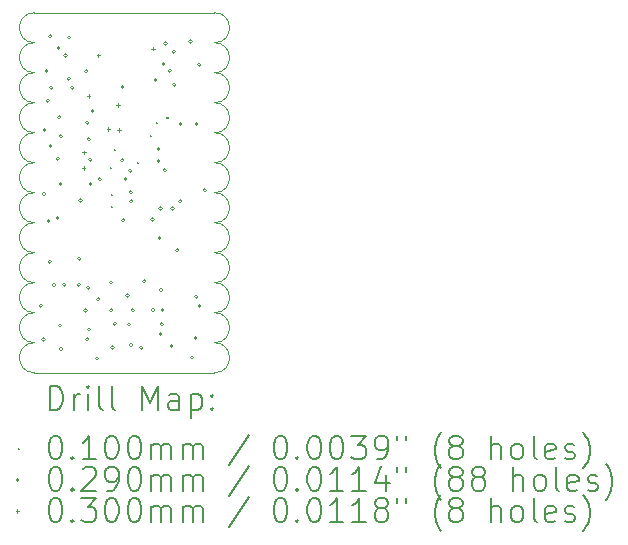
<source format=gbr>
%TF.GenerationSoftware,KiCad,Pcbnew,8.0.3+1*%
%TF.CreationDate,2024-06-24T22:52:18-04:00*%
%TF.ProjectId,RP2040_ZERO_REV,52503230-3430-45f5-9a45-524f5f524556,rev?*%
%TF.SameCoordinates,Original*%
%TF.FileFunction,Drillmap*%
%TF.FilePolarity,Positive*%
%FSLAX45Y45*%
G04 Gerber Fmt 4.5, Leading zero omitted, Abs format (unit mm)*
G04 Created by KiCad (PCBNEW 8.0.3+1) date 2024-06-24 22:52:18*
%MOMM*%
%LPD*%
G01*
G04 APERTURE LIST*
%ADD10C,0.050000*%
%ADD11C,0.200000*%
%ADD12C,0.100000*%
G04 APERTURE END LIST*
D10*
X15240000Y-8980500D02*
G75*
G02*
X15240000Y-8725500I0J127500D01*
G01*
X16764000Y-9995500D02*
G75*
G02*
X16764000Y-10250500I0J-127500D01*
G01*
X16764000Y-8979500D02*
G75*
G02*
X16764000Y-9234500I0J-127500D01*
G01*
X15240000Y-7710500D02*
G75*
G02*
X15240000Y-7455500I0J127500D01*
G01*
X15240000Y-9996500D02*
G75*
G02*
X15240000Y-9741500I0J127500D01*
G01*
X15240000Y-8218500D02*
G75*
G02*
X15240000Y-7963500I0J127500D01*
G01*
X16764000Y-7456500D02*
G75*
G02*
X16764000Y-7711500I0J-127500D01*
G01*
X15240000Y-9742500D02*
G75*
G02*
X15240000Y-9487500I0J127500D01*
G01*
X15240000Y-7964500D02*
G75*
G02*
X15240000Y-7709500I0J127500D01*
G01*
X16764000Y-7201500D02*
X15240000Y-7201500D01*
X15240000Y-9488500D02*
G75*
G02*
X15240000Y-9233500I0J127500D01*
G01*
X15240000Y-8726500D02*
G75*
G02*
X15240000Y-8471500I0J127500D01*
G01*
X15240000Y-10250500D02*
G75*
G02*
X15240000Y-9995500I0J127500D01*
G01*
X16764000Y-7964500D02*
G75*
G02*
X16764000Y-8219500I0J-127500D01*
G01*
X16764000Y-8471500D02*
G75*
G02*
X16764000Y-8726500I0J-127500D01*
G01*
X15240000Y-9234500D02*
G75*
G02*
X15240000Y-8979500I0J127500D01*
G01*
X16764000Y-9741500D02*
G75*
G02*
X16764000Y-9996500I0J-127500D01*
G01*
X15240000Y-8472500D02*
G75*
G02*
X15240000Y-8217500I0J127500D01*
G01*
X16764000Y-9233500D02*
G75*
G02*
X16764000Y-9488500I0J-127500D01*
G01*
X16764000Y-7201500D02*
G75*
G02*
X16764000Y-7456500I0J-127500D01*
G01*
X16764000Y-8217500D02*
G75*
G02*
X16764000Y-8472500I0J-127500D01*
G01*
X15240000Y-10250500D02*
X16764000Y-10250500D01*
X16764000Y-9487500D02*
G75*
G02*
X16764000Y-9742500I0J-127500D01*
G01*
X16764000Y-8725500D02*
G75*
G02*
X16764000Y-8980500I0J-127500D01*
G01*
X16764000Y-7709500D02*
G75*
G02*
X16764000Y-7964500I0J-127500D01*
G01*
X15240000Y-7456500D02*
G75*
G02*
X15240000Y-7201500I0J127500D01*
G01*
D11*
D12*
X15876500Y-8509000D02*
X15886500Y-8519000D01*
X15886500Y-8509000D02*
X15876500Y-8519000D01*
X15887500Y-8733500D02*
X15897500Y-8743500D01*
X15897500Y-8733500D02*
X15887500Y-8743500D01*
X15887500Y-8835500D02*
X15897500Y-8845500D01*
X15897500Y-8835500D02*
X15887500Y-8845500D01*
X15911000Y-8358500D02*
X15921000Y-8368500D01*
X15921000Y-8358500D02*
X15911000Y-8368500D01*
X16106000Y-8465500D02*
X16116000Y-8475500D01*
X16116000Y-8465500D02*
X16106000Y-8475500D01*
X16219259Y-8239259D02*
X16229259Y-8249259D01*
X16229259Y-8239259D02*
X16219259Y-8249259D01*
X16267500Y-8129500D02*
X16277500Y-8139500D01*
X16277500Y-8129500D02*
X16267500Y-8139500D01*
X16357384Y-8086174D02*
X16367384Y-8096174D01*
X16367384Y-8086174D02*
X16357384Y-8096174D01*
X15309500Y-9683405D02*
G75*
G02*
X15280500Y-9683405I-14500J0D01*
G01*
X15280500Y-9683405D02*
G75*
G02*
X15309500Y-9683405I14500J0D01*
G01*
X15330022Y-9969109D02*
G75*
G02*
X15301022Y-9969109I-14500J0D01*
G01*
X15301022Y-9969109D02*
G75*
G02*
X15330022Y-9969109I14500J0D01*
G01*
X15333819Y-8736914D02*
G75*
G02*
X15304819Y-8736914I-14500J0D01*
G01*
X15304819Y-8736914D02*
G75*
G02*
X15333819Y-8736914I14500J0D01*
G01*
X15339223Y-8196219D02*
G75*
G02*
X15310223Y-8196219I-14500J0D01*
G01*
X15310223Y-8196219D02*
G75*
G02*
X15339223Y-8196219I14500J0D01*
G01*
X15357500Y-7695000D02*
G75*
G02*
X15328500Y-7695000I-14500J0D01*
G01*
X15328500Y-7695000D02*
G75*
G02*
X15357500Y-7695000I14500J0D01*
G01*
X15365500Y-7947000D02*
G75*
G02*
X15336500Y-7947000I-14500J0D01*
G01*
X15336500Y-7947000D02*
G75*
G02*
X15365500Y-7947000I14500J0D01*
G01*
X15373623Y-8963908D02*
G75*
G02*
X15344623Y-8963908I-14500J0D01*
G01*
X15344623Y-8963908D02*
G75*
G02*
X15373623Y-8963908I14500J0D01*
G01*
X15383785Y-9309316D02*
G75*
G02*
X15354785Y-9309316I-14500J0D01*
G01*
X15354785Y-9309316D02*
G75*
G02*
X15383785Y-9309316I14500J0D01*
G01*
X15388727Y-8330576D02*
G75*
G02*
X15359727Y-8330576I-14500J0D01*
G01*
X15359727Y-8330576D02*
G75*
G02*
X15388727Y-8330576I14500J0D01*
G01*
X15389147Y-7401647D02*
G75*
G02*
X15360147Y-7401647I-14500J0D01*
G01*
X15360147Y-7401647D02*
G75*
G02*
X15389147Y-7401647I14500J0D01*
G01*
X15397500Y-7837000D02*
G75*
G02*
X15368500Y-7837000I-14500J0D01*
G01*
X15368500Y-7837000D02*
G75*
G02*
X15397500Y-7837000I14500J0D01*
G01*
X15420000Y-9505647D02*
G75*
G02*
X15391000Y-9505647I-14500J0D01*
G01*
X15391000Y-9505647D02*
G75*
G02*
X15420000Y-9505647I14500J0D01*
G01*
X15449647Y-8939000D02*
G75*
G02*
X15420647Y-8939000I-14500J0D01*
G01*
X15420647Y-8939000D02*
G75*
G02*
X15449647Y-8939000I14500J0D01*
G01*
X15451548Y-8439964D02*
G75*
G02*
X15422548Y-8439964I-14500J0D01*
G01*
X15422548Y-8439964D02*
G75*
G02*
X15451548Y-8439964I14500J0D01*
G01*
X15460000Y-7500500D02*
G75*
G02*
X15431000Y-7500500I-14500J0D01*
G01*
X15431000Y-7500500D02*
G75*
G02*
X15460000Y-7500500I14500J0D01*
G01*
X15465500Y-8088000D02*
G75*
G02*
X15436500Y-8088000I-14500J0D01*
G01*
X15436500Y-8088000D02*
G75*
G02*
X15465500Y-8088000I14500J0D01*
G01*
X15469500Y-9849488D02*
G75*
G02*
X15440500Y-9849488I-14500J0D01*
G01*
X15440500Y-9849488D02*
G75*
G02*
X15469500Y-9849488I14500J0D01*
G01*
X15474500Y-8651066D02*
G75*
G02*
X15445500Y-8651066I-14500J0D01*
G01*
X15445500Y-8651066D02*
G75*
G02*
X15474500Y-8651066I14500J0D01*
G01*
X15477159Y-8249302D02*
G75*
G02*
X15448159Y-8249302I-14500J0D01*
G01*
X15448159Y-8249302D02*
G75*
G02*
X15477159Y-8249302I14500J0D01*
G01*
X15478931Y-10050500D02*
G75*
G02*
X15449931Y-10050500I-14500J0D01*
G01*
X15449931Y-10050500D02*
G75*
G02*
X15478931Y-10050500I14500J0D01*
G01*
X15506500Y-9504000D02*
G75*
G02*
X15477500Y-9504000I-14500J0D01*
G01*
X15477500Y-9504000D02*
G75*
G02*
X15506500Y-9504000I14500J0D01*
G01*
X15517500Y-7564760D02*
G75*
G02*
X15488500Y-7564760I-14500J0D01*
G01*
X15488500Y-7564760D02*
G75*
G02*
X15517500Y-7564760I14500J0D01*
G01*
X15544670Y-7762620D02*
G75*
G02*
X15515670Y-7762620I-14500J0D01*
G01*
X15515670Y-7762620D02*
G75*
G02*
X15544670Y-7762620I14500J0D01*
G01*
X15548500Y-7412000D02*
G75*
G02*
X15519500Y-7412000I-14500J0D01*
G01*
X15519500Y-7412000D02*
G75*
G02*
X15548500Y-7412000I14500J0D01*
G01*
X15572663Y-7837563D02*
G75*
G02*
X15543663Y-7837563I-14500J0D01*
G01*
X15543663Y-7837563D02*
G75*
G02*
X15572663Y-7837563I14500J0D01*
G01*
X15629500Y-9506500D02*
G75*
G02*
X15600500Y-9506500I-14500J0D01*
G01*
X15600500Y-9506500D02*
G75*
G02*
X15629500Y-9506500I14500J0D01*
G01*
X15633500Y-9286000D02*
G75*
G02*
X15604500Y-9286000I-14500J0D01*
G01*
X15604500Y-9286000D02*
G75*
G02*
X15633500Y-9286000I14500J0D01*
G01*
X15644500Y-8793000D02*
G75*
G02*
X15615500Y-8793000I-14500J0D01*
G01*
X15615500Y-8793000D02*
G75*
G02*
X15644500Y-8793000I14500J0D01*
G01*
X15685147Y-9723353D02*
G75*
G02*
X15656147Y-9723353I-14500J0D01*
G01*
X15656147Y-9723353D02*
G75*
G02*
X15685147Y-9723353I14500J0D01*
G01*
X15693079Y-7698000D02*
G75*
G02*
X15664079Y-7698000I-14500J0D01*
G01*
X15664079Y-7698000D02*
G75*
G02*
X15693079Y-7698000I14500J0D01*
G01*
X15700500Y-8133000D02*
G75*
G02*
X15671500Y-8133000I-14500J0D01*
G01*
X15671500Y-8133000D02*
G75*
G02*
X15700500Y-8133000I14500J0D01*
G01*
X15702500Y-9968000D02*
G75*
G02*
X15673500Y-9968000I-14500J0D01*
G01*
X15673500Y-9968000D02*
G75*
G02*
X15702500Y-9968000I14500J0D01*
G01*
X15709372Y-9531000D02*
G75*
G02*
X15680372Y-9531000I-14500J0D01*
G01*
X15680372Y-9531000D02*
G75*
G02*
X15709372Y-9531000I14500J0D01*
G01*
X15714500Y-8271361D02*
G75*
G02*
X15685500Y-8271361I-14500J0D01*
G01*
X15685500Y-8271361D02*
G75*
G02*
X15714500Y-8271361I14500J0D01*
G01*
X15714500Y-9884000D02*
G75*
G02*
X15685500Y-9884000I-14500J0D01*
G01*
X15685500Y-9884000D02*
G75*
G02*
X15714500Y-9884000I14500J0D01*
G01*
X15727000Y-8445525D02*
G75*
G02*
X15698000Y-8445525I-14500J0D01*
G01*
X15698000Y-8445525D02*
G75*
G02*
X15727000Y-8445525I14500J0D01*
G01*
X15729500Y-8652976D02*
G75*
G02*
X15700500Y-8652976I-14500J0D01*
G01*
X15700500Y-8652976D02*
G75*
G02*
X15729500Y-8652976I14500J0D01*
G01*
X15748073Y-8034426D02*
G75*
G02*
X15719073Y-8034426I-14500J0D01*
G01*
X15719073Y-8034426D02*
G75*
G02*
X15748073Y-8034426I14500J0D01*
G01*
X15784579Y-10130500D02*
G75*
G02*
X15755579Y-10130500I-14500J0D01*
G01*
X15755579Y-10130500D02*
G75*
G02*
X15784579Y-10130500I14500J0D01*
G01*
X15794021Y-9626437D02*
G75*
G02*
X15765021Y-9626437I-14500J0D01*
G01*
X15765021Y-9626437D02*
G75*
G02*
X15794021Y-9626437I14500J0D01*
G01*
X15807688Y-8612000D02*
G75*
G02*
X15778688Y-8612000I-14500J0D01*
G01*
X15778688Y-8612000D02*
G75*
G02*
X15807688Y-8612000I14500J0D01*
G01*
X15902500Y-9488000D02*
G75*
G02*
X15873500Y-9488000I-14500J0D01*
G01*
X15873500Y-9488000D02*
G75*
G02*
X15902500Y-9488000I14500J0D01*
G01*
X15904500Y-9721000D02*
G75*
G02*
X15875500Y-9721000I-14500J0D01*
G01*
X15875500Y-9721000D02*
G75*
G02*
X15904500Y-9721000I14500J0D01*
G01*
X15916926Y-10036574D02*
G75*
G02*
X15887926Y-10036574I-14500J0D01*
G01*
X15887926Y-10036574D02*
G75*
G02*
X15916926Y-10036574I14500J0D01*
G01*
X15933500Y-9836000D02*
G75*
G02*
X15904500Y-9836000I-14500J0D01*
G01*
X15904500Y-9836000D02*
G75*
G02*
X15933500Y-9836000I14500J0D01*
G01*
X15997500Y-8452024D02*
G75*
G02*
X15968500Y-8452024I-14500J0D01*
G01*
X15968500Y-8452024D02*
G75*
G02*
X15997500Y-8452024I14500J0D01*
G01*
X16000500Y-7832000D02*
G75*
G02*
X15971500Y-7832000I-14500J0D01*
G01*
X15971500Y-7832000D02*
G75*
G02*
X16000500Y-7832000I14500J0D01*
G01*
X16005671Y-8959000D02*
G75*
G02*
X15976671Y-8959000I-14500J0D01*
G01*
X15976671Y-8959000D02*
G75*
G02*
X16005671Y-8959000I14500J0D01*
G01*
X16024000Y-8609532D02*
G75*
G02*
X15995000Y-8609532I-14500J0D01*
G01*
X15995000Y-8609532D02*
G75*
G02*
X16024000Y-8609532I14500J0D01*
G01*
X16041926Y-9595427D02*
G75*
G02*
X16012926Y-9595427I-14500J0D01*
G01*
X16012926Y-9595427D02*
G75*
G02*
X16041926Y-9595427I14500J0D01*
G01*
X16053500Y-9841000D02*
G75*
G02*
X16024500Y-9841000I-14500J0D01*
G01*
X16024500Y-9841000D02*
G75*
G02*
X16053500Y-9841000I14500J0D01*
G01*
X16065428Y-8540074D02*
G75*
G02*
X16036428Y-8540074I-14500J0D01*
G01*
X16036428Y-8540074D02*
G75*
G02*
X16065428Y-8540074I14500J0D01*
G01*
X16070500Y-8721000D02*
G75*
G02*
X16041500Y-8721000I-14500J0D01*
G01*
X16041500Y-8721000D02*
G75*
G02*
X16070500Y-8721000I14500J0D01*
G01*
X16071500Y-10016000D02*
G75*
G02*
X16042500Y-10016000I-14500J0D01*
G01*
X16042500Y-10016000D02*
G75*
G02*
X16071500Y-10016000I14500J0D01*
G01*
X16073535Y-8798941D02*
G75*
G02*
X16044535Y-8798941I-14500J0D01*
G01*
X16044535Y-8798941D02*
G75*
G02*
X16073535Y-8798941I14500J0D01*
G01*
X16086500Y-9721000D02*
G75*
G02*
X16057500Y-9721000I-14500J0D01*
G01*
X16057500Y-9721000D02*
G75*
G02*
X16086500Y-9721000I14500J0D01*
G01*
X16159500Y-10039000D02*
G75*
G02*
X16130500Y-10039000I-14500J0D01*
G01*
X16130500Y-10039000D02*
G75*
G02*
X16159500Y-10039000I14500J0D01*
G01*
X16184500Y-9475000D02*
G75*
G02*
X16155500Y-9475000I-14500J0D01*
G01*
X16155500Y-9475000D02*
G75*
G02*
X16184500Y-9475000I14500J0D01*
G01*
X16254500Y-8953000D02*
G75*
G02*
X16225500Y-8953000I-14500J0D01*
G01*
X16225500Y-8953000D02*
G75*
G02*
X16254500Y-8953000I14500J0D01*
G01*
X16258853Y-9719002D02*
G75*
G02*
X16229853Y-9719002I-14500J0D01*
G01*
X16229853Y-9719002D02*
G75*
G02*
X16258853Y-9719002I14500J0D01*
G01*
X16277500Y-7772000D02*
G75*
G02*
X16248500Y-7772000I-14500J0D01*
G01*
X16248500Y-7772000D02*
G75*
G02*
X16277500Y-7772000I14500J0D01*
G01*
X16304500Y-8354000D02*
G75*
G02*
X16275500Y-8354000I-14500J0D01*
G01*
X16275500Y-8354000D02*
G75*
G02*
X16304500Y-8354000I14500J0D01*
G01*
X16305500Y-8459000D02*
G75*
G02*
X16276500Y-8459000I-14500J0D01*
G01*
X16276500Y-8459000D02*
G75*
G02*
X16305500Y-8459000I14500J0D01*
G01*
X16312500Y-9109000D02*
G75*
G02*
X16283500Y-9109000I-14500J0D01*
G01*
X16283500Y-9109000D02*
G75*
G02*
X16312500Y-9109000I14500J0D01*
G01*
X16321424Y-9920816D02*
G75*
G02*
X16292424Y-9920816I-14500J0D01*
G01*
X16292424Y-9920816D02*
G75*
G02*
X16321424Y-9920816I14500J0D01*
G01*
X16321703Y-8861000D02*
G75*
G02*
X16292703Y-8861000I-14500J0D01*
G01*
X16292703Y-8861000D02*
G75*
G02*
X16321703Y-8861000I14500J0D01*
G01*
X16326500Y-9549000D02*
G75*
G02*
X16297500Y-9549000I-14500J0D01*
G01*
X16297500Y-9549000D02*
G75*
G02*
X16326500Y-9549000I14500J0D01*
G01*
X16331855Y-9841000D02*
G75*
G02*
X16302855Y-9841000I-14500J0D01*
G01*
X16302855Y-9841000D02*
G75*
G02*
X16331855Y-9841000I14500J0D01*
G01*
X16338844Y-9720218D02*
G75*
G02*
X16309844Y-9720218I-14500J0D01*
G01*
X16309844Y-9720218D02*
G75*
G02*
X16338844Y-9720218I14500J0D01*
G01*
X16345724Y-7635476D02*
G75*
G02*
X16316724Y-7635476I-14500J0D01*
G01*
X16316724Y-7635476D02*
G75*
G02*
X16345724Y-7635476I14500J0D01*
G01*
X16358500Y-8535174D02*
G75*
G02*
X16329500Y-8535174I-14500J0D01*
G01*
X16329500Y-8535174D02*
G75*
G02*
X16358500Y-8535174I14500J0D01*
G01*
X16364488Y-7462012D02*
G75*
G02*
X16335488Y-7462012I-14500J0D01*
G01*
X16335488Y-7462012D02*
G75*
G02*
X16364488Y-7462012I14500J0D01*
G01*
X16399500Y-7691976D02*
G75*
G02*
X16370500Y-7691976I-14500J0D01*
G01*
X16370500Y-7691976D02*
G75*
G02*
X16399500Y-7691976I14500J0D01*
G01*
X16413789Y-10024289D02*
G75*
G02*
X16384789Y-10024289I-14500J0D01*
G01*
X16384789Y-10024289D02*
G75*
G02*
X16413789Y-10024289I14500J0D01*
G01*
X16423500Y-8859000D02*
G75*
G02*
X16394500Y-8859000I-14500J0D01*
G01*
X16394500Y-8859000D02*
G75*
G02*
X16423500Y-8859000I14500J0D01*
G01*
X16432922Y-7533275D02*
G75*
G02*
X16403922Y-7533275I-14500J0D01*
G01*
X16403922Y-7533275D02*
G75*
G02*
X16432922Y-7533275I14500J0D01*
G01*
X16438500Y-7813000D02*
G75*
G02*
X16409500Y-7813000I-14500J0D01*
G01*
X16409500Y-7813000D02*
G75*
G02*
X16438500Y-7813000I14500J0D01*
G01*
X16464500Y-9214000D02*
G75*
G02*
X16435500Y-9214000I-14500J0D01*
G01*
X16435500Y-9214000D02*
G75*
G02*
X16464500Y-9214000I14500J0D01*
G01*
X16488289Y-8796789D02*
G75*
G02*
X16459289Y-8796789I-14500J0D01*
G01*
X16459289Y-8796789D02*
G75*
G02*
X16488289Y-8796789I14500J0D01*
G01*
X16490659Y-8144501D02*
G75*
G02*
X16461659Y-8144501I-14500J0D01*
G01*
X16461659Y-8144501D02*
G75*
G02*
X16490659Y-8144501I14500J0D01*
G01*
X16575500Y-7445000D02*
G75*
G02*
X16546500Y-7445000I-14500J0D01*
G01*
X16546500Y-7445000D02*
G75*
G02*
X16575500Y-7445000I14500J0D01*
G01*
X16588500Y-10120000D02*
G75*
G02*
X16559500Y-10120000I-14500J0D01*
G01*
X16559500Y-10120000D02*
G75*
G02*
X16588500Y-10120000I14500J0D01*
G01*
X16617500Y-9955000D02*
G75*
G02*
X16588500Y-9955000I-14500J0D01*
G01*
X16588500Y-9955000D02*
G75*
G02*
X16617500Y-9955000I14500J0D01*
G01*
X16624500Y-9605000D02*
G75*
G02*
X16595500Y-9605000I-14500J0D01*
G01*
X16595500Y-9605000D02*
G75*
G02*
X16624500Y-9605000I14500J0D01*
G01*
X16625500Y-8143000D02*
G75*
G02*
X16596500Y-8143000I-14500J0D01*
G01*
X16596500Y-8143000D02*
G75*
G02*
X16625500Y-8143000I14500J0D01*
G01*
X16650500Y-7643000D02*
G75*
G02*
X16621500Y-7643000I-14500J0D01*
G01*
X16621500Y-7643000D02*
G75*
G02*
X16650500Y-7643000I14500J0D01*
G01*
X16653096Y-9684257D02*
G75*
G02*
X16624096Y-9684257I-14500J0D01*
G01*
X16624096Y-9684257D02*
G75*
G02*
X16653096Y-9684257I14500J0D01*
G01*
X16695500Y-8705471D02*
G75*
G02*
X16666500Y-8705471I-14500J0D01*
G01*
X16666500Y-8705471D02*
G75*
G02*
X16695500Y-8705471I14500J0D01*
G01*
X15657000Y-8501500D02*
X15657000Y-8531500D01*
X15642000Y-8516500D02*
X15672000Y-8516500D01*
X15657170Y-8368830D02*
X15657170Y-8398830D01*
X15642170Y-8383830D02*
X15672170Y-8383830D01*
X15699000Y-7892000D02*
X15699000Y-7922000D01*
X15684000Y-7907000D02*
X15714000Y-7907000D01*
X15781000Y-7549000D02*
X15781000Y-7579000D01*
X15766000Y-7564000D02*
X15796000Y-7564000D01*
X15865500Y-8171500D02*
X15865500Y-8201500D01*
X15850500Y-8186500D02*
X15880500Y-8186500D01*
X15949000Y-7970000D02*
X15949000Y-8000000D01*
X15934000Y-7985000D02*
X15964000Y-7985000D01*
X15955000Y-8182000D02*
X15955000Y-8212000D01*
X15940000Y-8197000D02*
X15970000Y-8197000D01*
X16244670Y-7490670D02*
X16244670Y-7520670D01*
X16229670Y-7505670D02*
X16259670Y-7505670D01*
D11*
X15370777Y-10564484D02*
X15370777Y-10364484D01*
X15370777Y-10364484D02*
X15418396Y-10364484D01*
X15418396Y-10364484D02*
X15446967Y-10374008D01*
X15446967Y-10374008D02*
X15466015Y-10393055D01*
X15466015Y-10393055D02*
X15475539Y-10412103D01*
X15475539Y-10412103D02*
X15485062Y-10450198D01*
X15485062Y-10450198D02*
X15485062Y-10478770D01*
X15485062Y-10478770D02*
X15475539Y-10516865D01*
X15475539Y-10516865D02*
X15466015Y-10535912D01*
X15466015Y-10535912D02*
X15446967Y-10554960D01*
X15446967Y-10554960D02*
X15418396Y-10564484D01*
X15418396Y-10564484D02*
X15370777Y-10564484D01*
X15570777Y-10564484D02*
X15570777Y-10431150D01*
X15570777Y-10469246D02*
X15580301Y-10450198D01*
X15580301Y-10450198D02*
X15589824Y-10440674D01*
X15589824Y-10440674D02*
X15608872Y-10431150D01*
X15608872Y-10431150D02*
X15627920Y-10431150D01*
X15694586Y-10564484D02*
X15694586Y-10431150D01*
X15694586Y-10364484D02*
X15685062Y-10374008D01*
X15685062Y-10374008D02*
X15694586Y-10383531D01*
X15694586Y-10383531D02*
X15704110Y-10374008D01*
X15704110Y-10374008D02*
X15694586Y-10364484D01*
X15694586Y-10364484D02*
X15694586Y-10383531D01*
X15818396Y-10564484D02*
X15799348Y-10554960D01*
X15799348Y-10554960D02*
X15789824Y-10535912D01*
X15789824Y-10535912D02*
X15789824Y-10364484D01*
X15923158Y-10564484D02*
X15904110Y-10554960D01*
X15904110Y-10554960D02*
X15894586Y-10535912D01*
X15894586Y-10535912D02*
X15894586Y-10364484D01*
X16151729Y-10564484D02*
X16151729Y-10364484D01*
X16151729Y-10364484D02*
X16218396Y-10507341D01*
X16218396Y-10507341D02*
X16285062Y-10364484D01*
X16285062Y-10364484D02*
X16285062Y-10564484D01*
X16466015Y-10564484D02*
X16466015Y-10459722D01*
X16466015Y-10459722D02*
X16456491Y-10440674D01*
X16456491Y-10440674D02*
X16437443Y-10431150D01*
X16437443Y-10431150D02*
X16399348Y-10431150D01*
X16399348Y-10431150D02*
X16380301Y-10440674D01*
X16466015Y-10554960D02*
X16446967Y-10564484D01*
X16446967Y-10564484D02*
X16399348Y-10564484D01*
X16399348Y-10564484D02*
X16380301Y-10554960D01*
X16380301Y-10554960D02*
X16370777Y-10535912D01*
X16370777Y-10535912D02*
X16370777Y-10516865D01*
X16370777Y-10516865D02*
X16380301Y-10497817D01*
X16380301Y-10497817D02*
X16399348Y-10488293D01*
X16399348Y-10488293D02*
X16446967Y-10488293D01*
X16446967Y-10488293D02*
X16466015Y-10478770D01*
X16561253Y-10431150D02*
X16561253Y-10631150D01*
X16561253Y-10440674D02*
X16580301Y-10431150D01*
X16580301Y-10431150D02*
X16618396Y-10431150D01*
X16618396Y-10431150D02*
X16637443Y-10440674D01*
X16637443Y-10440674D02*
X16646967Y-10450198D01*
X16646967Y-10450198D02*
X16656491Y-10469246D01*
X16656491Y-10469246D02*
X16656491Y-10526389D01*
X16656491Y-10526389D02*
X16646967Y-10545436D01*
X16646967Y-10545436D02*
X16637443Y-10554960D01*
X16637443Y-10554960D02*
X16618396Y-10564484D01*
X16618396Y-10564484D02*
X16580301Y-10564484D01*
X16580301Y-10564484D02*
X16561253Y-10554960D01*
X16742205Y-10545436D02*
X16751729Y-10554960D01*
X16751729Y-10554960D02*
X16742205Y-10564484D01*
X16742205Y-10564484D02*
X16732682Y-10554960D01*
X16732682Y-10554960D02*
X16742205Y-10545436D01*
X16742205Y-10545436D02*
X16742205Y-10564484D01*
X16742205Y-10440674D02*
X16751729Y-10450198D01*
X16751729Y-10450198D02*
X16742205Y-10459722D01*
X16742205Y-10459722D02*
X16732682Y-10450198D01*
X16732682Y-10450198D02*
X16742205Y-10440674D01*
X16742205Y-10440674D02*
X16742205Y-10459722D01*
D12*
X15100000Y-10888000D02*
X15110000Y-10898000D01*
X15110000Y-10888000D02*
X15100000Y-10898000D01*
D11*
X15408872Y-10784484D02*
X15427920Y-10784484D01*
X15427920Y-10784484D02*
X15446967Y-10794008D01*
X15446967Y-10794008D02*
X15456491Y-10803531D01*
X15456491Y-10803531D02*
X15466015Y-10822579D01*
X15466015Y-10822579D02*
X15475539Y-10860674D01*
X15475539Y-10860674D02*
X15475539Y-10908293D01*
X15475539Y-10908293D02*
X15466015Y-10946389D01*
X15466015Y-10946389D02*
X15456491Y-10965436D01*
X15456491Y-10965436D02*
X15446967Y-10974960D01*
X15446967Y-10974960D02*
X15427920Y-10984484D01*
X15427920Y-10984484D02*
X15408872Y-10984484D01*
X15408872Y-10984484D02*
X15389824Y-10974960D01*
X15389824Y-10974960D02*
X15380301Y-10965436D01*
X15380301Y-10965436D02*
X15370777Y-10946389D01*
X15370777Y-10946389D02*
X15361253Y-10908293D01*
X15361253Y-10908293D02*
X15361253Y-10860674D01*
X15361253Y-10860674D02*
X15370777Y-10822579D01*
X15370777Y-10822579D02*
X15380301Y-10803531D01*
X15380301Y-10803531D02*
X15389824Y-10794008D01*
X15389824Y-10794008D02*
X15408872Y-10784484D01*
X15561253Y-10965436D02*
X15570777Y-10974960D01*
X15570777Y-10974960D02*
X15561253Y-10984484D01*
X15561253Y-10984484D02*
X15551729Y-10974960D01*
X15551729Y-10974960D02*
X15561253Y-10965436D01*
X15561253Y-10965436D02*
X15561253Y-10984484D01*
X15761253Y-10984484D02*
X15646967Y-10984484D01*
X15704110Y-10984484D02*
X15704110Y-10784484D01*
X15704110Y-10784484D02*
X15685062Y-10813055D01*
X15685062Y-10813055D02*
X15666015Y-10832103D01*
X15666015Y-10832103D02*
X15646967Y-10841627D01*
X15885062Y-10784484D02*
X15904110Y-10784484D01*
X15904110Y-10784484D02*
X15923158Y-10794008D01*
X15923158Y-10794008D02*
X15932682Y-10803531D01*
X15932682Y-10803531D02*
X15942205Y-10822579D01*
X15942205Y-10822579D02*
X15951729Y-10860674D01*
X15951729Y-10860674D02*
X15951729Y-10908293D01*
X15951729Y-10908293D02*
X15942205Y-10946389D01*
X15942205Y-10946389D02*
X15932682Y-10965436D01*
X15932682Y-10965436D02*
X15923158Y-10974960D01*
X15923158Y-10974960D02*
X15904110Y-10984484D01*
X15904110Y-10984484D02*
X15885062Y-10984484D01*
X15885062Y-10984484D02*
X15866015Y-10974960D01*
X15866015Y-10974960D02*
X15856491Y-10965436D01*
X15856491Y-10965436D02*
X15846967Y-10946389D01*
X15846967Y-10946389D02*
X15837443Y-10908293D01*
X15837443Y-10908293D02*
X15837443Y-10860674D01*
X15837443Y-10860674D02*
X15846967Y-10822579D01*
X15846967Y-10822579D02*
X15856491Y-10803531D01*
X15856491Y-10803531D02*
X15866015Y-10794008D01*
X15866015Y-10794008D02*
X15885062Y-10784484D01*
X16075539Y-10784484D02*
X16094586Y-10784484D01*
X16094586Y-10784484D02*
X16113634Y-10794008D01*
X16113634Y-10794008D02*
X16123158Y-10803531D01*
X16123158Y-10803531D02*
X16132682Y-10822579D01*
X16132682Y-10822579D02*
X16142205Y-10860674D01*
X16142205Y-10860674D02*
X16142205Y-10908293D01*
X16142205Y-10908293D02*
X16132682Y-10946389D01*
X16132682Y-10946389D02*
X16123158Y-10965436D01*
X16123158Y-10965436D02*
X16113634Y-10974960D01*
X16113634Y-10974960D02*
X16094586Y-10984484D01*
X16094586Y-10984484D02*
X16075539Y-10984484D01*
X16075539Y-10984484D02*
X16056491Y-10974960D01*
X16056491Y-10974960D02*
X16046967Y-10965436D01*
X16046967Y-10965436D02*
X16037443Y-10946389D01*
X16037443Y-10946389D02*
X16027920Y-10908293D01*
X16027920Y-10908293D02*
X16027920Y-10860674D01*
X16027920Y-10860674D02*
X16037443Y-10822579D01*
X16037443Y-10822579D02*
X16046967Y-10803531D01*
X16046967Y-10803531D02*
X16056491Y-10794008D01*
X16056491Y-10794008D02*
X16075539Y-10784484D01*
X16227920Y-10984484D02*
X16227920Y-10851150D01*
X16227920Y-10870198D02*
X16237443Y-10860674D01*
X16237443Y-10860674D02*
X16256491Y-10851150D01*
X16256491Y-10851150D02*
X16285063Y-10851150D01*
X16285063Y-10851150D02*
X16304110Y-10860674D01*
X16304110Y-10860674D02*
X16313634Y-10879722D01*
X16313634Y-10879722D02*
X16313634Y-10984484D01*
X16313634Y-10879722D02*
X16323158Y-10860674D01*
X16323158Y-10860674D02*
X16342205Y-10851150D01*
X16342205Y-10851150D02*
X16370777Y-10851150D01*
X16370777Y-10851150D02*
X16389824Y-10860674D01*
X16389824Y-10860674D02*
X16399348Y-10879722D01*
X16399348Y-10879722D02*
X16399348Y-10984484D01*
X16494586Y-10984484D02*
X16494586Y-10851150D01*
X16494586Y-10870198D02*
X16504110Y-10860674D01*
X16504110Y-10860674D02*
X16523158Y-10851150D01*
X16523158Y-10851150D02*
X16551729Y-10851150D01*
X16551729Y-10851150D02*
X16570777Y-10860674D01*
X16570777Y-10860674D02*
X16580301Y-10879722D01*
X16580301Y-10879722D02*
X16580301Y-10984484D01*
X16580301Y-10879722D02*
X16589824Y-10860674D01*
X16589824Y-10860674D02*
X16608872Y-10851150D01*
X16608872Y-10851150D02*
X16637443Y-10851150D01*
X16637443Y-10851150D02*
X16656491Y-10860674D01*
X16656491Y-10860674D02*
X16666015Y-10879722D01*
X16666015Y-10879722D02*
X16666015Y-10984484D01*
X17056491Y-10774960D02*
X16885063Y-11032103D01*
X17313634Y-10784484D02*
X17332682Y-10784484D01*
X17332682Y-10784484D02*
X17351729Y-10794008D01*
X17351729Y-10794008D02*
X17361253Y-10803531D01*
X17361253Y-10803531D02*
X17370777Y-10822579D01*
X17370777Y-10822579D02*
X17380301Y-10860674D01*
X17380301Y-10860674D02*
X17380301Y-10908293D01*
X17380301Y-10908293D02*
X17370777Y-10946389D01*
X17370777Y-10946389D02*
X17361253Y-10965436D01*
X17361253Y-10965436D02*
X17351729Y-10974960D01*
X17351729Y-10974960D02*
X17332682Y-10984484D01*
X17332682Y-10984484D02*
X17313634Y-10984484D01*
X17313634Y-10984484D02*
X17294587Y-10974960D01*
X17294587Y-10974960D02*
X17285063Y-10965436D01*
X17285063Y-10965436D02*
X17275539Y-10946389D01*
X17275539Y-10946389D02*
X17266015Y-10908293D01*
X17266015Y-10908293D02*
X17266015Y-10860674D01*
X17266015Y-10860674D02*
X17275539Y-10822579D01*
X17275539Y-10822579D02*
X17285063Y-10803531D01*
X17285063Y-10803531D02*
X17294587Y-10794008D01*
X17294587Y-10794008D02*
X17313634Y-10784484D01*
X17466015Y-10965436D02*
X17475539Y-10974960D01*
X17475539Y-10974960D02*
X17466015Y-10984484D01*
X17466015Y-10984484D02*
X17456491Y-10974960D01*
X17456491Y-10974960D02*
X17466015Y-10965436D01*
X17466015Y-10965436D02*
X17466015Y-10984484D01*
X17599348Y-10784484D02*
X17618396Y-10784484D01*
X17618396Y-10784484D02*
X17637444Y-10794008D01*
X17637444Y-10794008D02*
X17646968Y-10803531D01*
X17646968Y-10803531D02*
X17656491Y-10822579D01*
X17656491Y-10822579D02*
X17666015Y-10860674D01*
X17666015Y-10860674D02*
X17666015Y-10908293D01*
X17666015Y-10908293D02*
X17656491Y-10946389D01*
X17656491Y-10946389D02*
X17646968Y-10965436D01*
X17646968Y-10965436D02*
X17637444Y-10974960D01*
X17637444Y-10974960D02*
X17618396Y-10984484D01*
X17618396Y-10984484D02*
X17599348Y-10984484D01*
X17599348Y-10984484D02*
X17580301Y-10974960D01*
X17580301Y-10974960D02*
X17570777Y-10965436D01*
X17570777Y-10965436D02*
X17561253Y-10946389D01*
X17561253Y-10946389D02*
X17551729Y-10908293D01*
X17551729Y-10908293D02*
X17551729Y-10860674D01*
X17551729Y-10860674D02*
X17561253Y-10822579D01*
X17561253Y-10822579D02*
X17570777Y-10803531D01*
X17570777Y-10803531D02*
X17580301Y-10794008D01*
X17580301Y-10794008D02*
X17599348Y-10784484D01*
X17789825Y-10784484D02*
X17808872Y-10784484D01*
X17808872Y-10784484D02*
X17827920Y-10794008D01*
X17827920Y-10794008D02*
X17837444Y-10803531D01*
X17837444Y-10803531D02*
X17846968Y-10822579D01*
X17846968Y-10822579D02*
X17856491Y-10860674D01*
X17856491Y-10860674D02*
X17856491Y-10908293D01*
X17856491Y-10908293D02*
X17846968Y-10946389D01*
X17846968Y-10946389D02*
X17837444Y-10965436D01*
X17837444Y-10965436D02*
X17827920Y-10974960D01*
X17827920Y-10974960D02*
X17808872Y-10984484D01*
X17808872Y-10984484D02*
X17789825Y-10984484D01*
X17789825Y-10984484D02*
X17770777Y-10974960D01*
X17770777Y-10974960D02*
X17761253Y-10965436D01*
X17761253Y-10965436D02*
X17751729Y-10946389D01*
X17751729Y-10946389D02*
X17742206Y-10908293D01*
X17742206Y-10908293D02*
X17742206Y-10860674D01*
X17742206Y-10860674D02*
X17751729Y-10822579D01*
X17751729Y-10822579D02*
X17761253Y-10803531D01*
X17761253Y-10803531D02*
X17770777Y-10794008D01*
X17770777Y-10794008D02*
X17789825Y-10784484D01*
X17923158Y-10784484D02*
X18046968Y-10784484D01*
X18046968Y-10784484D02*
X17980301Y-10860674D01*
X17980301Y-10860674D02*
X18008872Y-10860674D01*
X18008872Y-10860674D02*
X18027920Y-10870198D01*
X18027920Y-10870198D02*
X18037444Y-10879722D01*
X18037444Y-10879722D02*
X18046968Y-10898770D01*
X18046968Y-10898770D02*
X18046968Y-10946389D01*
X18046968Y-10946389D02*
X18037444Y-10965436D01*
X18037444Y-10965436D02*
X18027920Y-10974960D01*
X18027920Y-10974960D02*
X18008872Y-10984484D01*
X18008872Y-10984484D02*
X17951729Y-10984484D01*
X17951729Y-10984484D02*
X17932682Y-10974960D01*
X17932682Y-10974960D02*
X17923158Y-10965436D01*
X18142206Y-10984484D02*
X18180301Y-10984484D01*
X18180301Y-10984484D02*
X18199349Y-10974960D01*
X18199349Y-10974960D02*
X18208872Y-10965436D01*
X18208872Y-10965436D02*
X18227920Y-10936865D01*
X18227920Y-10936865D02*
X18237444Y-10898770D01*
X18237444Y-10898770D02*
X18237444Y-10822579D01*
X18237444Y-10822579D02*
X18227920Y-10803531D01*
X18227920Y-10803531D02*
X18218396Y-10794008D01*
X18218396Y-10794008D02*
X18199349Y-10784484D01*
X18199349Y-10784484D02*
X18161253Y-10784484D01*
X18161253Y-10784484D02*
X18142206Y-10794008D01*
X18142206Y-10794008D02*
X18132682Y-10803531D01*
X18132682Y-10803531D02*
X18123158Y-10822579D01*
X18123158Y-10822579D02*
X18123158Y-10870198D01*
X18123158Y-10870198D02*
X18132682Y-10889246D01*
X18132682Y-10889246D02*
X18142206Y-10898770D01*
X18142206Y-10898770D02*
X18161253Y-10908293D01*
X18161253Y-10908293D02*
X18199349Y-10908293D01*
X18199349Y-10908293D02*
X18218396Y-10898770D01*
X18218396Y-10898770D02*
X18227920Y-10889246D01*
X18227920Y-10889246D02*
X18237444Y-10870198D01*
X18313634Y-10784484D02*
X18313634Y-10822579D01*
X18389825Y-10784484D02*
X18389825Y-10822579D01*
X18685063Y-11060674D02*
X18675539Y-11051150D01*
X18675539Y-11051150D02*
X18656491Y-11022579D01*
X18656491Y-11022579D02*
X18646968Y-11003531D01*
X18646968Y-11003531D02*
X18637444Y-10974960D01*
X18637444Y-10974960D02*
X18627920Y-10927341D01*
X18627920Y-10927341D02*
X18627920Y-10889246D01*
X18627920Y-10889246D02*
X18637444Y-10841627D01*
X18637444Y-10841627D02*
X18646968Y-10813055D01*
X18646968Y-10813055D02*
X18656491Y-10794008D01*
X18656491Y-10794008D02*
X18675539Y-10765436D01*
X18675539Y-10765436D02*
X18685063Y-10755912D01*
X18789825Y-10870198D02*
X18770777Y-10860674D01*
X18770777Y-10860674D02*
X18761253Y-10851150D01*
X18761253Y-10851150D02*
X18751730Y-10832103D01*
X18751730Y-10832103D02*
X18751730Y-10822579D01*
X18751730Y-10822579D02*
X18761253Y-10803531D01*
X18761253Y-10803531D02*
X18770777Y-10794008D01*
X18770777Y-10794008D02*
X18789825Y-10784484D01*
X18789825Y-10784484D02*
X18827920Y-10784484D01*
X18827920Y-10784484D02*
X18846968Y-10794008D01*
X18846968Y-10794008D02*
X18856491Y-10803531D01*
X18856491Y-10803531D02*
X18866015Y-10822579D01*
X18866015Y-10822579D02*
X18866015Y-10832103D01*
X18866015Y-10832103D02*
X18856491Y-10851150D01*
X18856491Y-10851150D02*
X18846968Y-10860674D01*
X18846968Y-10860674D02*
X18827920Y-10870198D01*
X18827920Y-10870198D02*
X18789825Y-10870198D01*
X18789825Y-10870198D02*
X18770777Y-10879722D01*
X18770777Y-10879722D02*
X18761253Y-10889246D01*
X18761253Y-10889246D02*
X18751730Y-10908293D01*
X18751730Y-10908293D02*
X18751730Y-10946389D01*
X18751730Y-10946389D02*
X18761253Y-10965436D01*
X18761253Y-10965436D02*
X18770777Y-10974960D01*
X18770777Y-10974960D02*
X18789825Y-10984484D01*
X18789825Y-10984484D02*
X18827920Y-10984484D01*
X18827920Y-10984484D02*
X18846968Y-10974960D01*
X18846968Y-10974960D02*
X18856491Y-10965436D01*
X18856491Y-10965436D02*
X18866015Y-10946389D01*
X18866015Y-10946389D02*
X18866015Y-10908293D01*
X18866015Y-10908293D02*
X18856491Y-10889246D01*
X18856491Y-10889246D02*
X18846968Y-10879722D01*
X18846968Y-10879722D02*
X18827920Y-10870198D01*
X19104111Y-10984484D02*
X19104111Y-10784484D01*
X19189825Y-10984484D02*
X19189825Y-10879722D01*
X19189825Y-10879722D02*
X19180301Y-10860674D01*
X19180301Y-10860674D02*
X19161253Y-10851150D01*
X19161253Y-10851150D02*
X19132682Y-10851150D01*
X19132682Y-10851150D02*
X19113634Y-10860674D01*
X19113634Y-10860674D02*
X19104111Y-10870198D01*
X19313634Y-10984484D02*
X19294587Y-10974960D01*
X19294587Y-10974960D02*
X19285063Y-10965436D01*
X19285063Y-10965436D02*
X19275539Y-10946389D01*
X19275539Y-10946389D02*
X19275539Y-10889246D01*
X19275539Y-10889246D02*
X19285063Y-10870198D01*
X19285063Y-10870198D02*
X19294587Y-10860674D01*
X19294587Y-10860674D02*
X19313634Y-10851150D01*
X19313634Y-10851150D02*
X19342206Y-10851150D01*
X19342206Y-10851150D02*
X19361253Y-10860674D01*
X19361253Y-10860674D02*
X19370777Y-10870198D01*
X19370777Y-10870198D02*
X19380301Y-10889246D01*
X19380301Y-10889246D02*
X19380301Y-10946389D01*
X19380301Y-10946389D02*
X19370777Y-10965436D01*
X19370777Y-10965436D02*
X19361253Y-10974960D01*
X19361253Y-10974960D02*
X19342206Y-10984484D01*
X19342206Y-10984484D02*
X19313634Y-10984484D01*
X19494587Y-10984484D02*
X19475539Y-10974960D01*
X19475539Y-10974960D02*
X19466015Y-10955912D01*
X19466015Y-10955912D02*
X19466015Y-10784484D01*
X19646968Y-10974960D02*
X19627920Y-10984484D01*
X19627920Y-10984484D02*
X19589825Y-10984484D01*
X19589825Y-10984484D02*
X19570777Y-10974960D01*
X19570777Y-10974960D02*
X19561253Y-10955912D01*
X19561253Y-10955912D02*
X19561253Y-10879722D01*
X19561253Y-10879722D02*
X19570777Y-10860674D01*
X19570777Y-10860674D02*
X19589825Y-10851150D01*
X19589825Y-10851150D02*
X19627920Y-10851150D01*
X19627920Y-10851150D02*
X19646968Y-10860674D01*
X19646968Y-10860674D02*
X19656492Y-10879722D01*
X19656492Y-10879722D02*
X19656492Y-10898770D01*
X19656492Y-10898770D02*
X19561253Y-10917817D01*
X19732682Y-10974960D02*
X19751730Y-10984484D01*
X19751730Y-10984484D02*
X19789825Y-10984484D01*
X19789825Y-10984484D02*
X19808873Y-10974960D01*
X19808873Y-10974960D02*
X19818396Y-10955912D01*
X19818396Y-10955912D02*
X19818396Y-10946389D01*
X19818396Y-10946389D02*
X19808873Y-10927341D01*
X19808873Y-10927341D02*
X19789825Y-10917817D01*
X19789825Y-10917817D02*
X19761253Y-10917817D01*
X19761253Y-10917817D02*
X19742206Y-10908293D01*
X19742206Y-10908293D02*
X19732682Y-10889246D01*
X19732682Y-10889246D02*
X19732682Y-10879722D01*
X19732682Y-10879722D02*
X19742206Y-10860674D01*
X19742206Y-10860674D02*
X19761253Y-10851150D01*
X19761253Y-10851150D02*
X19789825Y-10851150D01*
X19789825Y-10851150D02*
X19808873Y-10860674D01*
X19885063Y-11060674D02*
X19894587Y-11051150D01*
X19894587Y-11051150D02*
X19913634Y-11022579D01*
X19913634Y-11022579D02*
X19923158Y-11003531D01*
X19923158Y-11003531D02*
X19932682Y-10974960D01*
X19932682Y-10974960D02*
X19942206Y-10927341D01*
X19942206Y-10927341D02*
X19942206Y-10889246D01*
X19942206Y-10889246D02*
X19932682Y-10841627D01*
X19932682Y-10841627D02*
X19923158Y-10813055D01*
X19923158Y-10813055D02*
X19913634Y-10794008D01*
X19913634Y-10794008D02*
X19894587Y-10765436D01*
X19894587Y-10765436D02*
X19885063Y-10755912D01*
D12*
X15110000Y-11157000D02*
G75*
G02*
X15081000Y-11157000I-14500J0D01*
G01*
X15081000Y-11157000D02*
G75*
G02*
X15110000Y-11157000I14500J0D01*
G01*
D11*
X15408872Y-11048484D02*
X15427920Y-11048484D01*
X15427920Y-11048484D02*
X15446967Y-11058008D01*
X15446967Y-11058008D02*
X15456491Y-11067531D01*
X15456491Y-11067531D02*
X15466015Y-11086579D01*
X15466015Y-11086579D02*
X15475539Y-11124674D01*
X15475539Y-11124674D02*
X15475539Y-11172293D01*
X15475539Y-11172293D02*
X15466015Y-11210388D01*
X15466015Y-11210388D02*
X15456491Y-11229436D01*
X15456491Y-11229436D02*
X15446967Y-11238960D01*
X15446967Y-11238960D02*
X15427920Y-11248484D01*
X15427920Y-11248484D02*
X15408872Y-11248484D01*
X15408872Y-11248484D02*
X15389824Y-11238960D01*
X15389824Y-11238960D02*
X15380301Y-11229436D01*
X15380301Y-11229436D02*
X15370777Y-11210388D01*
X15370777Y-11210388D02*
X15361253Y-11172293D01*
X15361253Y-11172293D02*
X15361253Y-11124674D01*
X15361253Y-11124674D02*
X15370777Y-11086579D01*
X15370777Y-11086579D02*
X15380301Y-11067531D01*
X15380301Y-11067531D02*
X15389824Y-11058008D01*
X15389824Y-11058008D02*
X15408872Y-11048484D01*
X15561253Y-11229436D02*
X15570777Y-11238960D01*
X15570777Y-11238960D02*
X15561253Y-11248484D01*
X15561253Y-11248484D02*
X15551729Y-11238960D01*
X15551729Y-11238960D02*
X15561253Y-11229436D01*
X15561253Y-11229436D02*
X15561253Y-11248484D01*
X15646967Y-11067531D02*
X15656491Y-11058008D01*
X15656491Y-11058008D02*
X15675539Y-11048484D01*
X15675539Y-11048484D02*
X15723158Y-11048484D01*
X15723158Y-11048484D02*
X15742205Y-11058008D01*
X15742205Y-11058008D02*
X15751729Y-11067531D01*
X15751729Y-11067531D02*
X15761253Y-11086579D01*
X15761253Y-11086579D02*
X15761253Y-11105627D01*
X15761253Y-11105627D02*
X15751729Y-11134198D01*
X15751729Y-11134198D02*
X15637443Y-11248484D01*
X15637443Y-11248484D02*
X15761253Y-11248484D01*
X15856491Y-11248484D02*
X15894586Y-11248484D01*
X15894586Y-11248484D02*
X15913634Y-11238960D01*
X15913634Y-11238960D02*
X15923158Y-11229436D01*
X15923158Y-11229436D02*
X15942205Y-11200865D01*
X15942205Y-11200865D02*
X15951729Y-11162770D01*
X15951729Y-11162770D02*
X15951729Y-11086579D01*
X15951729Y-11086579D02*
X15942205Y-11067531D01*
X15942205Y-11067531D02*
X15932682Y-11058008D01*
X15932682Y-11058008D02*
X15913634Y-11048484D01*
X15913634Y-11048484D02*
X15875539Y-11048484D01*
X15875539Y-11048484D02*
X15856491Y-11058008D01*
X15856491Y-11058008D02*
X15846967Y-11067531D01*
X15846967Y-11067531D02*
X15837443Y-11086579D01*
X15837443Y-11086579D02*
X15837443Y-11134198D01*
X15837443Y-11134198D02*
X15846967Y-11153246D01*
X15846967Y-11153246D02*
X15856491Y-11162770D01*
X15856491Y-11162770D02*
X15875539Y-11172293D01*
X15875539Y-11172293D02*
X15913634Y-11172293D01*
X15913634Y-11172293D02*
X15932682Y-11162770D01*
X15932682Y-11162770D02*
X15942205Y-11153246D01*
X15942205Y-11153246D02*
X15951729Y-11134198D01*
X16075539Y-11048484D02*
X16094586Y-11048484D01*
X16094586Y-11048484D02*
X16113634Y-11058008D01*
X16113634Y-11058008D02*
X16123158Y-11067531D01*
X16123158Y-11067531D02*
X16132682Y-11086579D01*
X16132682Y-11086579D02*
X16142205Y-11124674D01*
X16142205Y-11124674D02*
X16142205Y-11172293D01*
X16142205Y-11172293D02*
X16132682Y-11210388D01*
X16132682Y-11210388D02*
X16123158Y-11229436D01*
X16123158Y-11229436D02*
X16113634Y-11238960D01*
X16113634Y-11238960D02*
X16094586Y-11248484D01*
X16094586Y-11248484D02*
X16075539Y-11248484D01*
X16075539Y-11248484D02*
X16056491Y-11238960D01*
X16056491Y-11238960D02*
X16046967Y-11229436D01*
X16046967Y-11229436D02*
X16037443Y-11210388D01*
X16037443Y-11210388D02*
X16027920Y-11172293D01*
X16027920Y-11172293D02*
X16027920Y-11124674D01*
X16027920Y-11124674D02*
X16037443Y-11086579D01*
X16037443Y-11086579D02*
X16046967Y-11067531D01*
X16046967Y-11067531D02*
X16056491Y-11058008D01*
X16056491Y-11058008D02*
X16075539Y-11048484D01*
X16227920Y-11248484D02*
X16227920Y-11115150D01*
X16227920Y-11134198D02*
X16237443Y-11124674D01*
X16237443Y-11124674D02*
X16256491Y-11115150D01*
X16256491Y-11115150D02*
X16285063Y-11115150D01*
X16285063Y-11115150D02*
X16304110Y-11124674D01*
X16304110Y-11124674D02*
X16313634Y-11143722D01*
X16313634Y-11143722D02*
X16313634Y-11248484D01*
X16313634Y-11143722D02*
X16323158Y-11124674D01*
X16323158Y-11124674D02*
X16342205Y-11115150D01*
X16342205Y-11115150D02*
X16370777Y-11115150D01*
X16370777Y-11115150D02*
X16389824Y-11124674D01*
X16389824Y-11124674D02*
X16399348Y-11143722D01*
X16399348Y-11143722D02*
X16399348Y-11248484D01*
X16494586Y-11248484D02*
X16494586Y-11115150D01*
X16494586Y-11134198D02*
X16504110Y-11124674D01*
X16504110Y-11124674D02*
X16523158Y-11115150D01*
X16523158Y-11115150D02*
X16551729Y-11115150D01*
X16551729Y-11115150D02*
X16570777Y-11124674D01*
X16570777Y-11124674D02*
X16580301Y-11143722D01*
X16580301Y-11143722D02*
X16580301Y-11248484D01*
X16580301Y-11143722D02*
X16589824Y-11124674D01*
X16589824Y-11124674D02*
X16608872Y-11115150D01*
X16608872Y-11115150D02*
X16637443Y-11115150D01*
X16637443Y-11115150D02*
X16656491Y-11124674D01*
X16656491Y-11124674D02*
X16666015Y-11143722D01*
X16666015Y-11143722D02*
X16666015Y-11248484D01*
X17056491Y-11038960D02*
X16885063Y-11296103D01*
X17313634Y-11048484D02*
X17332682Y-11048484D01*
X17332682Y-11048484D02*
X17351729Y-11058008D01*
X17351729Y-11058008D02*
X17361253Y-11067531D01*
X17361253Y-11067531D02*
X17370777Y-11086579D01*
X17370777Y-11086579D02*
X17380301Y-11124674D01*
X17380301Y-11124674D02*
X17380301Y-11172293D01*
X17380301Y-11172293D02*
X17370777Y-11210388D01*
X17370777Y-11210388D02*
X17361253Y-11229436D01*
X17361253Y-11229436D02*
X17351729Y-11238960D01*
X17351729Y-11238960D02*
X17332682Y-11248484D01*
X17332682Y-11248484D02*
X17313634Y-11248484D01*
X17313634Y-11248484D02*
X17294587Y-11238960D01*
X17294587Y-11238960D02*
X17285063Y-11229436D01*
X17285063Y-11229436D02*
X17275539Y-11210388D01*
X17275539Y-11210388D02*
X17266015Y-11172293D01*
X17266015Y-11172293D02*
X17266015Y-11124674D01*
X17266015Y-11124674D02*
X17275539Y-11086579D01*
X17275539Y-11086579D02*
X17285063Y-11067531D01*
X17285063Y-11067531D02*
X17294587Y-11058008D01*
X17294587Y-11058008D02*
X17313634Y-11048484D01*
X17466015Y-11229436D02*
X17475539Y-11238960D01*
X17475539Y-11238960D02*
X17466015Y-11248484D01*
X17466015Y-11248484D02*
X17456491Y-11238960D01*
X17456491Y-11238960D02*
X17466015Y-11229436D01*
X17466015Y-11229436D02*
X17466015Y-11248484D01*
X17599348Y-11048484D02*
X17618396Y-11048484D01*
X17618396Y-11048484D02*
X17637444Y-11058008D01*
X17637444Y-11058008D02*
X17646968Y-11067531D01*
X17646968Y-11067531D02*
X17656491Y-11086579D01*
X17656491Y-11086579D02*
X17666015Y-11124674D01*
X17666015Y-11124674D02*
X17666015Y-11172293D01*
X17666015Y-11172293D02*
X17656491Y-11210388D01*
X17656491Y-11210388D02*
X17646968Y-11229436D01*
X17646968Y-11229436D02*
X17637444Y-11238960D01*
X17637444Y-11238960D02*
X17618396Y-11248484D01*
X17618396Y-11248484D02*
X17599348Y-11248484D01*
X17599348Y-11248484D02*
X17580301Y-11238960D01*
X17580301Y-11238960D02*
X17570777Y-11229436D01*
X17570777Y-11229436D02*
X17561253Y-11210388D01*
X17561253Y-11210388D02*
X17551729Y-11172293D01*
X17551729Y-11172293D02*
X17551729Y-11124674D01*
X17551729Y-11124674D02*
X17561253Y-11086579D01*
X17561253Y-11086579D02*
X17570777Y-11067531D01*
X17570777Y-11067531D02*
X17580301Y-11058008D01*
X17580301Y-11058008D02*
X17599348Y-11048484D01*
X17856491Y-11248484D02*
X17742206Y-11248484D01*
X17799348Y-11248484D02*
X17799348Y-11048484D01*
X17799348Y-11048484D02*
X17780301Y-11077055D01*
X17780301Y-11077055D02*
X17761253Y-11096103D01*
X17761253Y-11096103D02*
X17742206Y-11105627D01*
X18046968Y-11248484D02*
X17932682Y-11248484D01*
X17989825Y-11248484D02*
X17989825Y-11048484D01*
X17989825Y-11048484D02*
X17970777Y-11077055D01*
X17970777Y-11077055D02*
X17951729Y-11096103D01*
X17951729Y-11096103D02*
X17932682Y-11105627D01*
X18218396Y-11115150D02*
X18218396Y-11248484D01*
X18170777Y-11038960D02*
X18123158Y-11181817D01*
X18123158Y-11181817D02*
X18246968Y-11181817D01*
X18313634Y-11048484D02*
X18313634Y-11086579D01*
X18389825Y-11048484D02*
X18389825Y-11086579D01*
X18685063Y-11324674D02*
X18675539Y-11315150D01*
X18675539Y-11315150D02*
X18656491Y-11286579D01*
X18656491Y-11286579D02*
X18646968Y-11267531D01*
X18646968Y-11267531D02*
X18637444Y-11238960D01*
X18637444Y-11238960D02*
X18627920Y-11191341D01*
X18627920Y-11191341D02*
X18627920Y-11153246D01*
X18627920Y-11153246D02*
X18637444Y-11105627D01*
X18637444Y-11105627D02*
X18646968Y-11077055D01*
X18646968Y-11077055D02*
X18656491Y-11058008D01*
X18656491Y-11058008D02*
X18675539Y-11029436D01*
X18675539Y-11029436D02*
X18685063Y-11019912D01*
X18789825Y-11134198D02*
X18770777Y-11124674D01*
X18770777Y-11124674D02*
X18761253Y-11115150D01*
X18761253Y-11115150D02*
X18751730Y-11096103D01*
X18751730Y-11096103D02*
X18751730Y-11086579D01*
X18751730Y-11086579D02*
X18761253Y-11067531D01*
X18761253Y-11067531D02*
X18770777Y-11058008D01*
X18770777Y-11058008D02*
X18789825Y-11048484D01*
X18789825Y-11048484D02*
X18827920Y-11048484D01*
X18827920Y-11048484D02*
X18846968Y-11058008D01*
X18846968Y-11058008D02*
X18856491Y-11067531D01*
X18856491Y-11067531D02*
X18866015Y-11086579D01*
X18866015Y-11086579D02*
X18866015Y-11096103D01*
X18866015Y-11096103D02*
X18856491Y-11115150D01*
X18856491Y-11115150D02*
X18846968Y-11124674D01*
X18846968Y-11124674D02*
X18827920Y-11134198D01*
X18827920Y-11134198D02*
X18789825Y-11134198D01*
X18789825Y-11134198D02*
X18770777Y-11143722D01*
X18770777Y-11143722D02*
X18761253Y-11153246D01*
X18761253Y-11153246D02*
X18751730Y-11172293D01*
X18751730Y-11172293D02*
X18751730Y-11210388D01*
X18751730Y-11210388D02*
X18761253Y-11229436D01*
X18761253Y-11229436D02*
X18770777Y-11238960D01*
X18770777Y-11238960D02*
X18789825Y-11248484D01*
X18789825Y-11248484D02*
X18827920Y-11248484D01*
X18827920Y-11248484D02*
X18846968Y-11238960D01*
X18846968Y-11238960D02*
X18856491Y-11229436D01*
X18856491Y-11229436D02*
X18866015Y-11210388D01*
X18866015Y-11210388D02*
X18866015Y-11172293D01*
X18866015Y-11172293D02*
X18856491Y-11153246D01*
X18856491Y-11153246D02*
X18846968Y-11143722D01*
X18846968Y-11143722D02*
X18827920Y-11134198D01*
X18980301Y-11134198D02*
X18961253Y-11124674D01*
X18961253Y-11124674D02*
X18951730Y-11115150D01*
X18951730Y-11115150D02*
X18942206Y-11096103D01*
X18942206Y-11096103D02*
X18942206Y-11086579D01*
X18942206Y-11086579D02*
X18951730Y-11067531D01*
X18951730Y-11067531D02*
X18961253Y-11058008D01*
X18961253Y-11058008D02*
X18980301Y-11048484D01*
X18980301Y-11048484D02*
X19018396Y-11048484D01*
X19018396Y-11048484D02*
X19037444Y-11058008D01*
X19037444Y-11058008D02*
X19046968Y-11067531D01*
X19046968Y-11067531D02*
X19056491Y-11086579D01*
X19056491Y-11086579D02*
X19056491Y-11096103D01*
X19056491Y-11096103D02*
X19046968Y-11115150D01*
X19046968Y-11115150D02*
X19037444Y-11124674D01*
X19037444Y-11124674D02*
X19018396Y-11134198D01*
X19018396Y-11134198D02*
X18980301Y-11134198D01*
X18980301Y-11134198D02*
X18961253Y-11143722D01*
X18961253Y-11143722D02*
X18951730Y-11153246D01*
X18951730Y-11153246D02*
X18942206Y-11172293D01*
X18942206Y-11172293D02*
X18942206Y-11210388D01*
X18942206Y-11210388D02*
X18951730Y-11229436D01*
X18951730Y-11229436D02*
X18961253Y-11238960D01*
X18961253Y-11238960D02*
X18980301Y-11248484D01*
X18980301Y-11248484D02*
X19018396Y-11248484D01*
X19018396Y-11248484D02*
X19037444Y-11238960D01*
X19037444Y-11238960D02*
X19046968Y-11229436D01*
X19046968Y-11229436D02*
X19056491Y-11210388D01*
X19056491Y-11210388D02*
X19056491Y-11172293D01*
X19056491Y-11172293D02*
X19046968Y-11153246D01*
X19046968Y-11153246D02*
X19037444Y-11143722D01*
X19037444Y-11143722D02*
X19018396Y-11134198D01*
X19294587Y-11248484D02*
X19294587Y-11048484D01*
X19380301Y-11248484D02*
X19380301Y-11143722D01*
X19380301Y-11143722D02*
X19370777Y-11124674D01*
X19370777Y-11124674D02*
X19351730Y-11115150D01*
X19351730Y-11115150D02*
X19323158Y-11115150D01*
X19323158Y-11115150D02*
X19304111Y-11124674D01*
X19304111Y-11124674D02*
X19294587Y-11134198D01*
X19504111Y-11248484D02*
X19485063Y-11238960D01*
X19485063Y-11238960D02*
X19475539Y-11229436D01*
X19475539Y-11229436D02*
X19466015Y-11210388D01*
X19466015Y-11210388D02*
X19466015Y-11153246D01*
X19466015Y-11153246D02*
X19475539Y-11134198D01*
X19475539Y-11134198D02*
X19485063Y-11124674D01*
X19485063Y-11124674D02*
X19504111Y-11115150D01*
X19504111Y-11115150D02*
X19532682Y-11115150D01*
X19532682Y-11115150D02*
X19551730Y-11124674D01*
X19551730Y-11124674D02*
X19561253Y-11134198D01*
X19561253Y-11134198D02*
X19570777Y-11153246D01*
X19570777Y-11153246D02*
X19570777Y-11210388D01*
X19570777Y-11210388D02*
X19561253Y-11229436D01*
X19561253Y-11229436D02*
X19551730Y-11238960D01*
X19551730Y-11238960D02*
X19532682Y-11248484D01*
X19532682Y-11248484D02*
X19504111Y-11248484D01*
X19685063Y-11248484D02*
X19666015Y-11238960D01*
X19666015Y-11238960D02*
X19656492Y-11219912D01*
X19656492Y-11219912D02*
X19656492Y-11048484D01*
X19837444Y-11238960D02*
X19818396Y-11248484D01*
X19818396Y-11248484D02*
X19780301Y-11248484D01*
X19780301Y-11248484D02*
X19761253Y-11238960D01*
X19761253Y-11238960D02*
X19751730Y-11219912D01*
X19751730Y-11219912D02*
X19751730Y-11143722D01*
X19751730Y-11143722D02*
X19761253Y-11124674D01*
X19761253Y-11124674D02*
X19780301Y-11115150D01*
X19780301Y-11115150D02*
X19818396Y-11115150D01*
X19818396Y-11115150D02*
X19837444Y-11124674D01*
X19837444Y-11124674D02*
X19846968Y-11143722D01*
X19846968Y-11143722D02*
X19846968Y-11162770D01*
X19846968Y-11162770D02*
X19751730Y-11181817D01*
X19923158Y-11238960D02*
X19942206Y-11248484D01*
X19942206Y-11248484D02*
X19980301Y-11248484D01*
X19980301Y-11248484D02*
X19999349Y-11238960D01*
X19999349Y-11238960D02*
X20008873Y-11219912D01*
X20008873Y-11219912D02*
X20008873Y-11210388D01*
X20008873Y-11210388D02*
X19999349Y-11191341D01*
X19999349Y-11191341D02*
X19980301Y-11181817D01*
X19980301Y-11181817D02*
X19951730Y-11181817D01*
X19951730Y-11181817D02*
X19932682Y-11172293D01*
X19932682Y-11172293D02*
X19923158Y-11153246D01*
X19923158Y-11153246D02*
X19923158Y-11143722D01*
X19923158Y-11143722D02*
X19932682Y-11124674D01*
X19932682Y-11124674D02*
X19951730Y-11115150D01*
X19951730Y-11115150D02*
X19980301Y-11115150D01*
X19980301Y-11115150D02*
X19999349Y-11124674D01*
X20075539Y-11324674D02*
X20085063Y-11315150D01*
X20085063Y-11315150D02*
X20104111Y-11286579D01*
X20104111Y-11286579D02*
X20113634Y-11267531D01*
X20113634Y-11267531D02*
X20123158Y-11238960D01*
X20123158Y-11238960D02*
X20132682Y-11191341D01*
X20132682Y-11191341D02*
X20132682Y-11153246D01*
X20132682Y-11153246D02*
X20123158Y-11105627D01*
X20123158Y-11105627D02*
X20113634Y-11077055D01*
X20113634Y-11077055D02*
X20104111Y-11058008D01*
X20104111Y-11058008D02*
X20085063Y-11029436D01*
X20085063Y-11029436D02*
X20075539Y-11019912D01*
D12*
X15095000Y-11406000D02*
X15095000Y-11436000D01*
X15080000Y-11421000D02*
X15110000Y-11421000D01*
D11*
X15408872Y-11312484D02*
X15427920Y-11312484D01*
X15427920Y-11312484D02*
X15446967Y-11322008D01*
X15446967Y-11322008D02*
X15456491Y-11331531D01*
X15456491Y-11331531D02*
X15466015Y-11350579D01*
X15466015Y-11350579D02*
X15475539Y-11388674D01*
X15475539Y-11388674D02*
X15475539Y-11436293D01*
X15475539Y-11436293D02*
X15466015Y-11474388D01*
X15466015Y-11474388D02*
X15456491Y-11493436D01*
X15456491Y-11493436D02*
X15446967Y-11502960D01*
X15446967Y-11502960D02*
X15427920Y-11512484D01*
X15427920Y-11512484D02*
X15408872Y-11512484D01*
X15408872Y-11512484D02*
X15389824Y-11502960D01*
X15389824Y-11502960D02*
X15380301Y-11493436D01*
X15380301Y-11493436D02*
X15370777Y-11474388D01*
X15370777Y-11474388D02*
X15361253Y-11436293D01*
X15361253Y-11436293D02*
X15361253Y-11388674D01*
X15361253Y-11388674D02*
X15370777Y-11350579D01*
X15370777Y-11350579D02*
X15380301Y-11331531D01*
X15380301Y-11331531D02*
X15389824Y-11322008D01*
X15389824Y-11322008D02*
X15408872Y-11312484D01*
X15561253Y-11493436D02*
X15570777Y-11502960D01*
X15570777Y-11502960D02*
X15561253Y-11512484D01*
X15561253Y-11512484D02*
X15551729Y-11502960D01*
X15551729Y-11502960D02*
X15561253Y-11493436D01*
X15561253Y-11493436D02*
X15561253Y-11512484D01*
X15637443Y-11312484D02*
X15761253Y-11312484D01*
X15761253Y-11312484D02*
X15694586Y-11388674D01*
X15694586Y-11388674D02*
X15723158Y-11388674D01*
X15723158Y-11388674D02*
X15742205Y-11398198D01*
X15742205Y-11398198D02*
X15751729Y-11407722D01*
X15751729Y-11407722D02*
X15761253Y-11426769D01*
X15761253Y-11426769D02*
X15761253Y-11474388D01*
X15761253Y-11474388D02*
X15751729Y-11493436D01*
X15751729Y-11493436D02*
X15742205Y-11502960D01*
X15742205Y-11502960D02*
X15723158Y-11512484D01*
X15723158Y-11512484D02*
X15666015Y-11512484D01*
X15666015Y-11512484D02*
X15646967Y-11502960D01*
X15646967Y-11502960D02*
X15637443Y-11493436D01*
X15885062Y-11312484D02*
X15904110Y-11312484D01*
X15904110Y-11312484D02*
X15923158Y-11322008D01*
X15923158Y-11322008D02*
X15932682Y-11331531D01*
X15932682Y-11331531D02*
X15942205Y-11350579D01*
X15942205Y-11350579D02*
X15951729Y-11388674D01*
X15951729Y-11388674D02*
X15951729Y-11436293D01*
X15951729Y-11436293D02*
X15942205Y-11474388D01*
X15942205Y-11474388D02*
X15932682Y-11493436D01*
X15932682Y-11493436D02*
X15923158Y-11502960D01*
X15923158Y-11502960D02*
X15904110Y-11512484D01*
X15904110Y-11512484D02*
X15885062Y-11512484D01*
X15885062Y-11512484D02*
X15866015Y-11502960D01*
X15866015Y-11502960D02*
X15856491Y-11493436D01*
X15856491Y-11493436D02*
X15846967Y-11474388D01*
X15846967Y-11474388D02*
X15837443Y-11436293D01*
X15837443Y-11436293D02*
X15837443Y-11388674D01*
X15837443Y-11388674D02*
X15846967Y-11350579D01*
X15846967Y-11350579D02*
X15856491Y-11331531D01*
X15856491Y-11331531D02*
X15866015Y-11322008D01*
X15866015Y-11322008D02*
X15885062Y-11312484D01*
X16075539Y-11312484D02*
X16094586Y-11312484D01*
X16094586Y-11312484D02*
X16113634Y-11322008D01*
X16113634Y-11322008D02*
X16123158Y-11331531D01*
X16123158Y-11331531D02*
X16132682Y-11350579D01*
X16132682Y-11350579D02*
X16142205Y-11388674D01*
X16142205Y-11388674D02*
X16142205Y-11436293D01*
X16142205Y-11436293D02*
X16132682Y-11474388D01*
X16132682Y-11474388D02*
X16123158Y-11493436D01*
X16123158Y-11493436D02*
X16113634Y-11502960D01*
X16113634Y-11502960D02*
X16094586Y-11512484D01*
X16094586Y-11512484D02*
X16075539Y-11512484D01*
X16075539Y-11512484D02*
X16056491Y-11502960D01*
X16056491Y-11502960D02*
X16046967Y-11493436D01*
X16046967Y-11493436D02*
X16037443Y-11474388D01*
X16037443Y-11474388D02*
X16027920Y-11436293D01*
X16027920Y-11436293D02*
X16027920Y-11388674D01*
X16027920Y-11388674D02*
X16037443Y-11350579D01*
X16037443Y-11350579D02*
X16046967Y-11331531D01*
X16046967Y-11331531D02*
X16056491Y-11322008D01*
X16056491Y-11322008D02*
X16075539Y-11312484D01*
X16227920Y-11512484D02*
X16227920Y-11379150D01*
X16227920Y-11398198D02*
X16237443Y-11388674D01*
X16237443Y-11388674D02*
X16256491Y-11379150D01*
X16256491Y-11379150D02*
X16285063Y-11379150D01*
X16285063Y-11379150D02*
X16304110Y-11388674D01*
X16304110Y-11388674D02*
X16313634Y-11407722D01*
X16313634Y-11407722D02*
X16313634Y-11512484D01*
X16313634Y-11407722D02*
X16323158Y-11388674D01*
X16323158Y-11388674D02*
X16342205Y-11379150D01*
X16342205Y-11379150D02*
X16370777Y-11379150D01*
X16370777Y-11379150D02*
X16389824Y-11388674D01*
X16389824Y-11388674D02*
X16399348Y-11407722D01*
X16399348Y-11407722D02*
X16399348Y-11512484D01*
X16494586Y-11512484D02*
X16494586Y-11379150D01*
X16494586Y-11398198D02*
X16504110Y-11388674D01*
X16504110Y-11388674D02*
X16523158Y-11379150D01*
X16523158Y-11379150D02*
X16551729Y-11379150D01*
X16551729Y-11379150D02*
X16570777Y-11388674D01*
X16570777Y-11388674D02*
X16580301Y-11407722D01*
X16580301Y-11407722D02*
X16580301Y-11512484D01*
X16580301Y-11407722D02*
X16589824Y-11388674D01*
X16589824Y-11388674D02*
X16608872Y-11379150D01*
X16608872Y-11379150D02*
X16637443Y-11379150D01*
X16637443Y-11379150D02*
X16656491Y-11388674D01*
X16656491Y-11388674D02*
X16666015Y-11407722D01*
X16666015Y-11407722D02*
X16666015Y-11512484D01*
X17056491Y-11302960D02*
X16885063Y-11560103D01*
X17313634Y-11312484D02*
X17332682Y-11312484D01*
X17332682Y-11312484D02*
X17351729Y-11322008D01*
X17351729Y-11322008D02*
X17361253Y-11331531D01*
X17361253Y-11331531D02*
X17370777Y-11350579D01*
X17370777Y-11350579D02*
X17380301Y-11388674D01*
X17380301Y-11388674D02*
X17380301Y-11436293D01*
X17380301Y-11436293D02*
X17370777Y-11474388D01*
X17370777Y-11474388D02*
X17361253Y-11493436D01*
X17361253Y-11493436D02*
X17351729Y-11502960D01*
X17351729Y-11502960D02*
X17332682Y-11512484D01*
X17332682Y-11512484D02*
X17313634Y-11512484D01*
X17313634Y-11512484D02*
X17294587Y-11502960D01*
X17294587Y-11502960D02*
X17285063Y-11493436D01*
X17285063Y-11493436D02*
X17275539Y-11474388D01*
X17275539Y-11474388D02*
X17266015Y-11436293D01*
X17266015Y-11436293D02*
X17266015Y-11388674D01*
X17266015Y-11388674D02*
X17275539Y-11350579D01*
X17275539Y-11350579D02*
X17285063Y-11331531D01*
X17285063Y-11331531D02*
X17294587Y-11322008D01*
X17294587Y-11322008D02*
X17313634Y-11312484D01*
X17466015Y-11493436D02*
X17475539Y-11502960D01*
X17475539Y-11502960D02*
X17466015Y-11512484D01*
X17466015Y-11512484D02*
X17456491Y-11502960D01*
X17456491Y-11502960D02*
X17466015Y-11493436D01*
X17466015Y-11493436D02*
X17466015Y-11512484D01*
X17599348Y-11312484D02*
X17618396Y-11312484D01*
X17618396Y-11312484D02*
X17637444Y-11322008D01*
X17637444Y-11322008D02*
X17646968Y-11331531D01*
X17646968Y-11331531D02*
X17656491Y-11350579D01*
X17656491Y-11350579D02*
X17666015Y-11388674D01*
X17666015Y-11388674D02*
X17666015Y-11436293D01*
X17666015Y-11436293D02*
X17656491Y-11474388D01*
X17656491Y-11474388D02*
X17646968Y-11493436D01*
X17646968Y-11493436D02*
X17637444Y-11502960D01*
X17637444Y-11502960D02*
X17618396Y-11512484D01*
X17618396Y-11512484D02*
X17599348Y-11512484D01*
X17599348Y-11512484D02*
X17580301Y-11502960D01*
X17580301Y-11502960D02*
X17570777Y-11493436D01*
X17570777Y-11493436D02*
X17561253Y-11474388D01*
X17561253Y-11474388D02*
X17551729Y-11436293D01*
X17551729Y-11436293D02*
X17551729Y-11388674D01*
X17551729Y-11388674D02*
X17561253Y-11350579D01*
X17561253Y-11350579D02*
X17570777Y-11331531D01*
X17570777Y-11331531D02*
X17580301Y-11322008D01*
X17580301Y-11322008D02*
X17599348Y-11312484D01*
X17856491Y-11512484D02*
X17742206Y-11512484D01*
X17799348Y-11512484D02*
X17799348Y-11312484D01*
X17799348Y-11312484D02*
X17780301Y-11341055D01*
X17780301Y-11341055D02*
X17761253Y-11360103D01*
X17761253Y-11360103D02*
X17742206Y-11369627D01*
X18046968Y-11512484D02*
X17932682Y-11512484D01*
X17989825Y-11512484D02*
X17989825Y-11312484D01*
X17989825Y-11312484D02*
X17970777Y-11341055D01*
X17970777Y-11341055D02*
X17951729Y-11360103D01*
X17951729Y-11360103D02*
X17932682Y-11369627D01*
X18161253Y-11398198D02*
X18142206Y-11388674D01*
X18142206Y-11388674D02*
X18132682Y-11379150D01*
X18132682Y-11379150D02*
X18123158Y-11360103D01*
X18123158Y-11360103D02*
X18123158Y-11350579D01*
X18123158Y-11350579D02*
X18132682Y-11331531D01*
X18132682Y-11331531D02*
X18142206Y-11322008D01*
X18142206Y-11322008D02*
X18161253Y-11312484D01*
X18161253Y-11312484D02*
X18199349Y-11312484D01*
X18199349Y-11312484D02*
X18218396Y-11322008D01*
X18218396Y-11322008D02*
X18227920Y-11331531D01*
X18227920Y-11331531D02*
X18237444Y-11350579D01*
X18237444Y-11350579D02*
X18237444Y-11360103D01*
X18237444Y-11360103D02*
X18227920Y-11379150D01*
X18227920Y-11379150D02*
X18218396Y-11388674D01*
X18218396Y-11388674D02*
X18199349Y-11398198D01*
X18199349Y-11398198D02*
X18161253Y-11398198D01*
X18161253Y-11398198D02*
X18142206Y-11407722D01*
X18142206Y-11407722D02*
X18132682Y-11417246D01*
X18132682Y-11417246D02*
X18123158Y-11436293D01*
X18123158Y-11436293D02*
X18123158Y-11474388D01*
X18123158Y-11474388D02*
X18132682Y-11493436D01*
X18132682Y-11493436D02*
X18142206Y-11502960D01*
X18142206Y-11502960D02*
X18161253Y-11512484D01*
X18161253Y-11512484D02*
X18199349Y-11512484D01*
X18199349Y-11512484D02*
X18218396Y-11502960D01*
X18218396Y-11502960D02*
X18227920Y-11493436D01*
X18227920Y-11493436D02*
X18237444Y-11474388D01*
X18237444Y-11474388D02*
X18237444Y-11436293D01*
X18237444Y-11436293D02*
X18227920Y-11417246D01*
X18227920Y-11417246D02*
X18218396Y-11407722D01*
X18218396Y-11407722D02*
X18199349Y-11398198D01*
X18313634Y-11312484D02*
X18313634Y-11350579D01*
X18389825Y-11312484D02*
X18389825Y-11350579D01*
X18685063Y-11588674D02*
X18675539Y-11579150D01*
X18675539Y-11579150D02*
X18656491Y-11550579D01*
X18656491Y-11550579D02*
X18646968Y-11531531D01*
X18646968Y-11531531D02*
X18637444Y-11502960D01*
X18637444Y-11502960D02*
X18627920Y-11455341D01*
X18627920Y-11455341D02*
X18627920Y-11417246D01*
X18627920Y-11417246D02*
X18637444Y-11369627D01*
X18637444Y-11369627D02*
X18646968Y-11341055D01*
X18646968Y-11341055D02*
X18656491Y-11322008D01*
X18656491Y-11322008D02*
X18675539Y-11293436D01*
X18675539Y-11293436D02*
X18685063Y-11283912D01*
X18789825Y-11398198D02*
X18770777Y-11388674D01*
X18770777Y-11388674D02*
X18761253Y-11379150D01*
X18761253Y-11379150D02*
X18751730Y-11360103D01*
X18751730Y-11360103D02*
X18751730Y-11350579D01*
X18751730Y-11350579D02*
X18761253Y-11331531D01*
X18761253Y-11331531D02*
X18770777Y-11322008D01*
X18770777Y-11322008D02*
X18789825Y-11312484D01*
X18789825Y-11312484D02*
X18827920Y-11312484D01*
X18827920Y-11312484D02*
X18846968Y-11322008D01*
X18846968Y-11322008D02*
X18856491Y-11331531D01*
X18856491Y-11331531D02*
X18866015Y-11350579D01*
X18866015Y-11350579D02*
X18866015Y-11360103D01*
X18866015Y-11360103D02*
X18856491Y-11379150D01*
X18856491Y-11379150D02*
X18846968Y-11388674D01*
X18846968Y-11388674D02*
X18827920Y-11398198D01*
X18827920Y-11398198D02*
X18789825Y-11398198D01*
X18789825Y-11398198D02*
X18770777Y-11407722D01*
X18770777Y-11407722D02*
X18761253Y-11417246D01*
X18761253Y-11417246D02*
X18751730Y-11436293D01*
X18751730Y-11436293D02*
X18751730Y-11474388D01*
X18751730Y-11474388D02*
X18761253Y-11493436D01*
X18761253Y-11493436D02*
X18770777Y-11502960D01*
X18770777Y-11502960D02*
X18789825Y-11512484D01*
X18789825Y-11512484D02*
X18827920Y-11512484D01*
X18827920Y-11512484D02*
X18846968Y-11502960D01*
X18846968Y-11502960D02*
X18856491Y-11493436D01*
X18856491Y-11493436D02*
X18866015Y-11474388D01*
X18866015Y-11474388D02*
X18866015Y-11436293D01*
X18866015Y-11436293D02*
X18856491Y-11417246D01*
X18856491Y-11417246D02*
X18846968Y-11407722D01*
X18846968Y-11407722D02*
X18827920Y-11398198D01*
X19104111Y-11512484D02*
X19104111Y-11312484D01*
X19189825Y-11512484D02*
X19189825Y-11407722D01*
X19189825Y-11407722D02*
X19180301Y-11388674D01*
X19180301Y-11388674D02*
X19161253Y-11379150D01*
X19161253Y-11379150D02*
X19132682Y-11379150D01*
X19132682Y-11379150D02*
X19113634Y-11388674D01*
X19113634Y-11388674D02*
X19104111Y-11398198D01*
X19313634Y-11512484D02*
X19294587Y-11502960D01*
X19294587Y-11502960D02*
X19285063Y-11493436D01*
X19285063Y-11493436D02*
X19275539Y-11474388D01*
X19275539Y-11474388D02*
X19275539Y-11417246D01*
X19275539Y-11417246D02*
X19285063Y-11398198D01*
X19285063Y-11398198D02*
X19294587Y-11388674D01*
X19294587Y-11388674D02*
X19313634Y-11379150D01*
X19313634Y-11379150D02*
X19342206Y-11379150D01*
X19342206Y-11379150D02*
X19361253Y-11388674D01*
X19361253Y-11388674D02*
X19370777Y-11398198D01*
X19370777Y-11398198D02*
X19380301Y-11417246D01*
X19380301Y-11417246D02*
X19380301Y-11474388D01*
X19380301Y-11474388D02*
X19370777Y-11493436D01*
X19370777Y-11493436D02*
X19361253Y-11502960D01*
X19361253Y-11502960D02*
X19342206Y-11512484D01*
X19342206Y-11512484D02*
X19313634Y-11512484D01*
X19494587Y-11512484D02*
X19475539Y-11502960D01*
X19475539Y-11502960D02*
X19466015Y-11483912D01*
X19466015Y-11483912D02*
X19466015Y-11312484D01*
X19646968Y-11502960D02*
X19627920Y-11512484D01*
X19627920Y-11512484D02*
X19589825Y-11512484D01*
X19589825Y-11512484D02*
X19570777Y-11502960D01*
X19570777Y-11502960D02*
X19561253Y-11483912D01*
X19561253Y-11483912D02*
X19561253Y-11407722D01*
X19561253Y-11407722D02*
X19570777Y-11388674D01*
X19570777Y-11388674D02*
X19589825Y-11379150D01*
X19589825Y-11379150D02*
X19627920Y-11379150D01*
X19627920Y-11379150D02*
X19646968Y-11388674D01*
X19646968Y-11388674D02*
X19656492Y-11407722D01*
X19656492Y-11407722D02*
X19656492Y-11426769D01*
X19656492Y-11426769D02*
X19561253Y-11445817D01*
X19732682Y-11502960D02*
X19751730Y-11512484D01*
X19751730Y-11512484D02*
X19789825Y-11512484D01*
X19789825Y-11512484D02*
X19808873Y-11502960D01*
X19808873Y-11502960D02*
X19818396Y-11483912D01*
X19818396Y-11483912D02*
X19818396Y-11474388D01*
X19818396Y-11474388D02*
X19808873Y-11455341D01*
X19808873Y-11455341D02*
X19789825Y-11445817D01*
X19789825Y-11445817D02*
X19761253Y-11445817D01*
X19761253Y-11445817D02*
X19742206Y-11436293D01*
X19742206Y-11436293D02*
X19732682Y-11417246D01*
X19732682Y-11417246D02*
X19732682Y-11407722D01*
X19732682Y-11407722D02*
X19742206Y-11388674D01*
X19742206Y-11388674D02*
X19761253Y-11379150D01*
X19761253Y-11379150D02*
X19789825Y-11379150D01*
X19789825Y-11379150D02*
X19808873Y-11388674D01*
X19885063Y-11588674D02*
X19894587Y-11579150D01*
X19894587Y-11579150D02*
X19913634Y-11550579D01*
X19913634Y-11550579D02*
X19923158Y-11531531D01*
X19923158Y-11531531D02*
X19932682Y-11502960D01*
X19932682Y-11502960D02*
X19942206Y-11455341D01*
X19942206Y-11455341D02*
X19942206Y-11417246D01*
X19942206Y-11417246D02*
X19932682Y-11369627D01*
X19932682Y-11369627D02*
X19923158Y-11341055D01*
X19923158Y-11341055D02*
X19913634Y-11322008D01*
X19913634Y-11322008D02*
X19894587Y-11293436D01*
X19894587Y-11293436D02*
X19885063Y-11283912D01*
M02*

</source>
